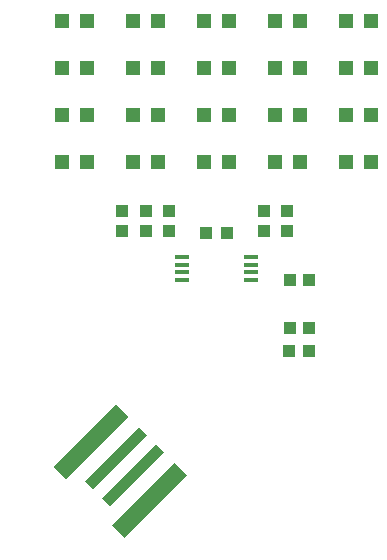
<source format=gbr>
G04 EAGLE Gerber RS-274X export*
G75*
%MOMM*%
%FSLAX34Y34*%
%LPD*%
%INSolderpaste Top*%
%IPPOS*%
%AMOC8*
5,1,8,0,0,1.08239X$1,22.5*%
G01*
%ADD10R,1.050000X1.080000*%
%ADD11R,1.200000X0.350000*%
%ADD12R,1.000000X1.000000*%
%ADD13R,1.000000X1.100000*%
%ADD14R,7.500000X1.500000*%
%ADD15R,6.500000X1.000000*%
%ADD16R,1.200000X1.200000*%
%ADD17R,1.100000X1.000000*%


D10*
X151250Y280000D03*
X168750Y280000D03*
D11*
X189250Y240250D03*
X189250Y246750D03*
X189250Y253250D03*
X189250Y259750D03*
X130750Y259750D03*
X130750Y253250D03*
X130750Y246750D03*
X130750Y240250D03*
D12*
X222000Y240000D03*
X238000Y240000D03*
X238000Y200000D03*
X222000Y200000D03*
D13*
X221500Y180000D03*
X238500Y180000D03*
D14*
G36*
X135154Y75050D02*
X82122Y22018D01*
X71516Y32624D01*
X124548Y85656D01*
X135154Y75050D01*
G37*
D15*
G36*
X115708Y94495D02*
X69747Y48534D01*
X62676Y55605D01*
X108637Y101566D01*
X115708Y94495D01*
G37*
G36*
X101566Y108637D02*
X55605Y62676D01*
X48534Y69747D01*
X94495Y115708D01*
X101566Y108637D01*
G37*
D14*
G36*
X85656Y124548D02*
X32624Y71516D01*
X22018Y82122D01*
X75050Y135154D01*
X85656Y124548D01*
G37*
D16*
X50500Y460000D03*
X29500Y460000D03*
X110500Y460000D03*
X89500Y460000D03*
X170500Y460000D03*
X149500Y460000D03*
X230500Y460000D03*
X209500Y460000D03*
X290500Y460000D03*
X269500Y460000D03*
X50500Y420000D03*
X29500Y420000D03*
X110500Y420000D03*
X89500Y420000D03*
X170500Y420000D03*
X149500Y420000D03*
X230500Y420000D03*
X209500Y420000D03*
X290500Y420000D03*
X269500Y420000D03*
X50500Y380000D03*
X29500Y380000D03*
X110500Y380000D03*
X89500Y380000D03*
X170500Y380000D03*
X149500Y380000D03*
X230500Y380000D03*
X209500Y380000D03*
X290500Y380000D03*
X269500Y380000D03*
X50500Y340000D03*
X29500Y340000D03*
X110500Y340000D03*
X89500Y340000D03*
X170500Y340000D03*
X149500Y340000D03*
X230500Y340000D03*
X209500Y340000D03*
X290500Y340000D03*
X269500Y340000D03*
D17*
X100000Y281500D03*
X100000Y298500D03*
X80000Y281500D03*
X80000Y298500D03*
X120000Y281500D03*
X120000Y298500D03*
X200000Y281500D03*
X200000Y298500D03*
X220000Y281500D03*
X220000Y298500D03*
M02*

</source>
